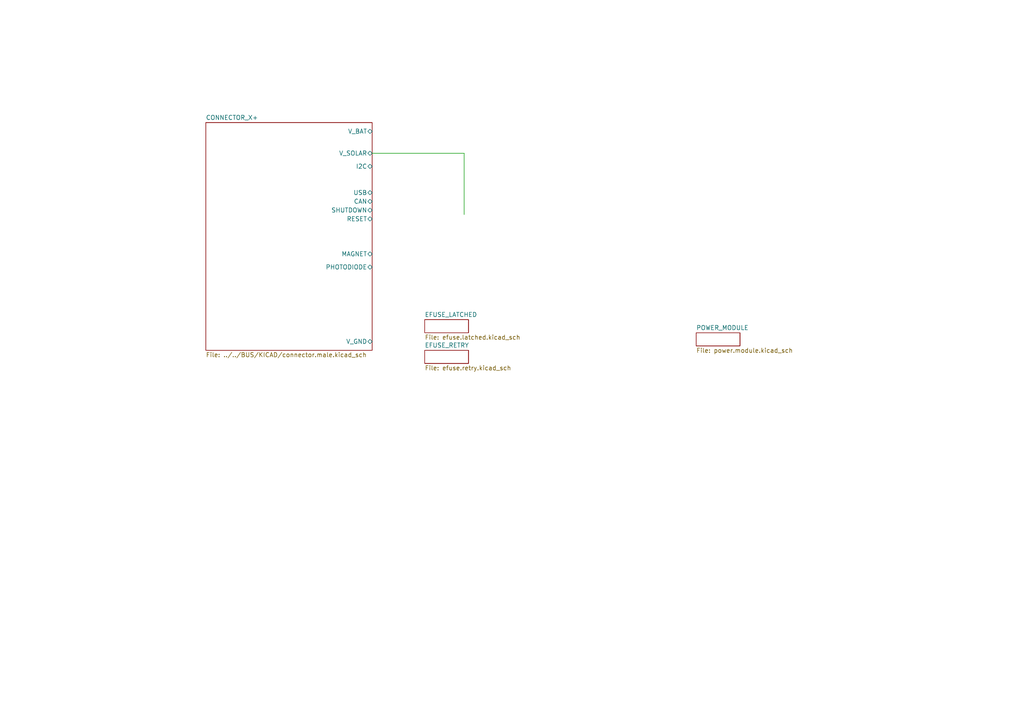
<source format=kicad_sch>
(kicad_sch
	(version 20231120)
	(generator "eeschema")
	(generator_version "8.0")
	(uuid "ef47adc1-536f-4520-9ebd-fa1d01e89711")
	(paper "A4")
	(lib_symbols)
	(wire
		(pts
			(xy 134.62 44.45) (xy 107.95 44.45)
		)
		(stroke
			(width 0)
			(type default)
		)
		(uuid "70fbf934-afc0-4179-8b8a-dca1f301840a")
	)
	(wire
		(pts
			(xy 134.62 62.23) (xy 134.62 44.45)
		)
		(stroke
			(width 0)
			(type default)
		)
		(uuid "83903049-592d-4788-8eae-0b9bd38833c3")
	)
	(sheet
		(at 59.69 35.56)
		(size 48.26 66.04)
		(fields_autoplaced yes)
		(stroke
			(width 0.1524)
			(type solid)
		)
		(fill
			(color 0 0 0 0.0000)
		)
		(uuid "211baf62-5fe7-428f-b98d-135f15031c53")
		(property "Sheetname" "CONNECTOR_X+"
			(at 59.69 34.8484 0)
			(effects
				(font
					(size 1.27 1.27)
				)
				(justify left bottom)
			)
		)
		(property "Sheetfile" "../../BUS/KICAD/connector.male.kicad_sch"
			(at 59.69 102.1846 0)
			(effects
				(font
					(size 1.27 1.27)
				)
				(justify left top)
			)
		)
		(pin "RESET" bidirectional
			(at 107.95 63.5 0)
			(effects
				(font
					(size 1.27 1.27)
				)
				(justify right)
			)
			(uuid "b2468375-3a4c-409e-a397-7bb769a96b21")
		)
		(pin "V_GND" bidirectional
			(at 107.95 99.06 0)
			(effects
				(font
					(size 1.27 1.27)
				)
				(justify right)
			)
			(uuid "f3993781-fbe2-486d-a0ad-f8bb0e84a917")
		)
		(pin "V_SOLAR" bidirectional
			(at 107.95 44.45 0)
			(effects
				(font
					(size 1.27 1.27)
				)
				(justify right)
			)
			(uuid "76d8d5c8-2532-42c4-9e92-3e14d396390b")
		)
		(pin "V_BAT" bidirectional
			(at 107.95 38.1 0)
			(effects
				(font
					(size 1.27 1.27)
				)
				(justify right)
			)
			(uuid "39c714d3-db0e-46d4-b72b-2b0361248d4e")
		)
		(pin "SHUTDOWN" bidirectional
			(at 107.95 60.96 0)
			(effects
				(font
					(size 1.27 1.27)
				)
				(justify right)
			)
			(uuid "848670fd-11d9-45d0-98d4-58992bbcea34")
		)
		(pin "USB" bidirectional
			(at 107.95 55.88 0)
			(effects
				(font
					(size 1.27 1.27)
				)
				(justify right)
			)
			(uuid "bd433c71-572e-478d-b477-3071cef9dfbd")
		)
		(pin "MAGNET" bidirectional
			(at 107.95 73.66 0)
			(effects
				(font
					(size 1.27 1.27)
				)
				(justify right)
			)
			(uuid "e3a7a0d6-abb8-4ae6-99d6-240ca08c4804")
		)
		(pin "PHOTODIODE" bidirectional
			(at 107.95 77.47 0)
			(effects
				(font
					(size 1.27 1.27)
				)
				(justify right)
			)
			(uuid "64cfedc3-3d60-4a3d-b51f-76c691edcea1")
		)
		(pin "I2C" bidirectional
			(at 107.95 48.26 0)
			(effects
				(font
					(size 1.27 1.27)
				)
				(justify right)
			)
			(uuid "e706e628-ee2b-491e-888f-522c8790ad03")
		)
		(pin "CAN" bidirectional
			(at 107.95 58.42 0)
			(effects
				(font
					(size 1.27 1.27)
				)
				(justify right)
			)
			(uuid "3654a0c0-52c8-473b-b9b2-ac5fdcef42b4")
		)
		(instances
			(project "power"
				(path "/ef47adc1-536f-4520-9ebd-fa1d01e89711"
					(page "5")
				)
			)
		)
	)
	(sheet
		(at 123.19 101.6)
		(size 12.7 3.81)
		(fields_autoplaced yes)
		(stroke
			(width 0.1524)
			(type solid)
		)
		(fill
			(color 0 0 0 0.0000)
		)
		(uuid "2e64aba1-9872-4229-a91b-1ccd7b04c751")
		(property "Sheetname" "EFUSE_RETRY"
			(at 123.19 100.8884 0)
			(effects
				(font
					(size 1.27 1.27)
				)
				(justify left bottom)
			)
		)
		(property "Sheetfile" "efuse.retry.kicad_sch"
			(at 123.19 105.9946 0)
			(effects
				(font
					(size 1.27 1.27)
				)
				(justify left top)
			)
		)
		(instances
			(project "power"
				(path "/ef47adc1-536f-4520-9ebd-fa1d01e89711"
					(page "4")
				)
			)
		)
	)
	(sheet
		(at 201.93 96.52)
		(size 12.7 3.81)
		(fields_autoplaced yes)
		(stroke
			(width 0.1524)
			(type solid)
		)
		(fill
			(color 0 0 0 0.0000)
		)
		(uuid "58fd429d-e8bc-4dae-9d70-752a4565c9e8")
		(property "Sheetname" "POWER_MODULE"
			(at 201.93 95.8084 0)
			(effects
				(font
					(size 1.27 1.27)
				)
				(justify left bottom)
			)
		)
		(property "Sheetfile" "power.module.kicad_sch"
			(at 201.93 100.9146 0)
			(effects
				(font
					(size 1.27 1.27)
				)
				(justify left top)
			)
		)
		(instances
			(project "power"
				(path "/ef47adc1-536f-4520-9ebd-fa1d01e89711"
					(page "3")
				)
			)
		)
	)
	(sheet
		(at 123.19 92.71)
		(size 12.7 3.81)
		(fields_autoplaced yes)
		(stroke
			(width 0.1524)
			(type solid)
		)
		(fill
			(color 0 0 0 0.0000)
		)
		(uuid "d6d00460-0c90-4c03-a845-b46fe413c745")
		(property "Sheetname" "EFUSE_LATCHED"
			(at 123.19 91.9984 0)
			(effects
				(font
					(size 1.27 1.27)
				)
				(justify left bottom)
			)
		)
		(property "Sheetfile" "efuse.latched.kicad_sch"
			(at 123.19 97.1046 0)
			(effects
				(font
					(size 1.27 1.27)
				)
				(justify left top)
			)
		)
		(instances
			(project "power"
				(path "/ef47adc1-536f-4520-9ebd-fa1d01e89711"
					(page "2")
				)
			)
		)
	)
	(sheet_instances
		(path "/"
			(page "1")
		)
	)
)

</source>
